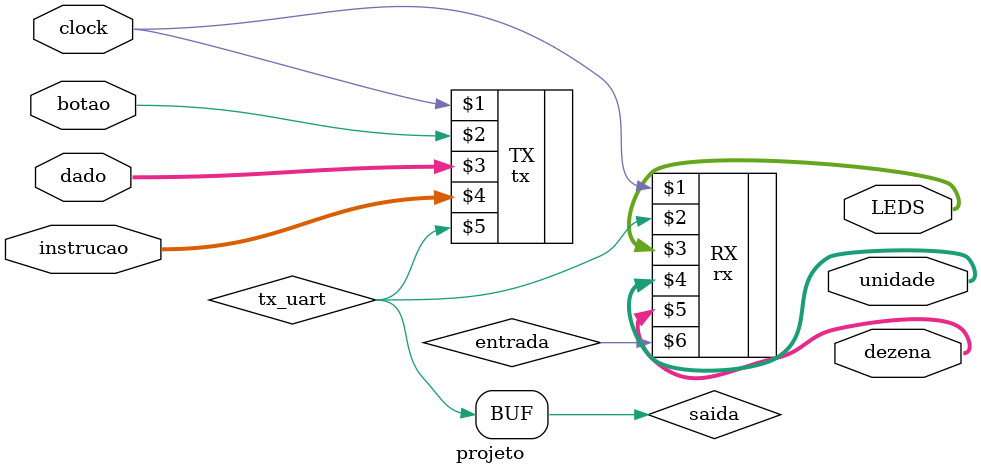
<source format=v>
module projeto (clock, dado, instrucao, botao, LEDS, unidade, dezena);
    input clock, botao;
    input [3:0] dado, instrucao;
    output [7:0] LEDS;
    output [6:0] unidade, dezena;

    wire button_tx, tx_uart;

    tx TX(clock, botao, dado, instrucao, tx_uart);
    rx RX(clock, tx_uart, LEDS, unidade, dezena, entrada);

    assign saida = tx_uart;
	 
endmodule
</source>
